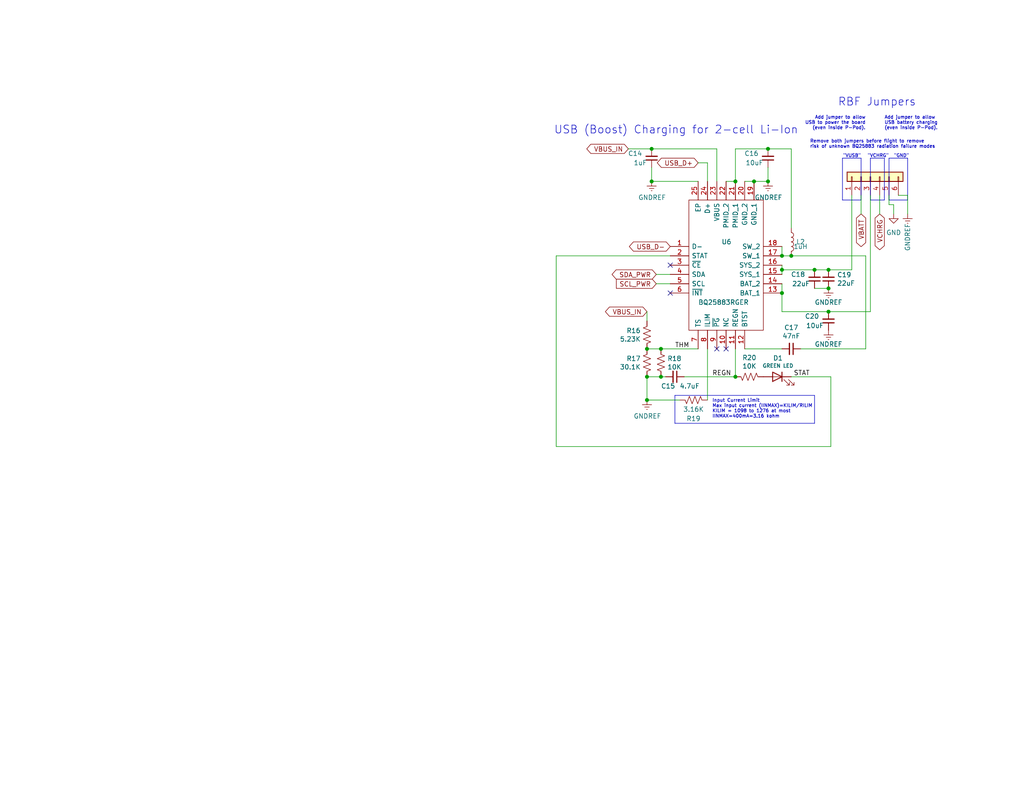
<source format=kicad_sch>
(kicad_sch (version 20230121) (generator eeschema)
  (paper "USLetter")
  (title_block (title "2S3P Power Board with Monitoring") (date "2023-10-30") (rev "v1.0") (company "TVSC") (comment 1 "See https://pycubed.org/ for details.") (comment 2 "Originally based on PyCubed Battery Board"))
  (lib_symbols
    (symbol "Connector_Generic:Conn_01x06" (pin_names (offset 1.016) hide)
      (property "Reference" "J" (at 0 7.62 0))
      (property "Value" "Conn_01x06" (at 0 -10.16 0))
      (symbol "Conn_01x06_1_1"
        (rectangle (start -1.27 -7.493) (end 0 -7.747) (stroke (width 0.1524)))
        (rectangle (start -1.27 -4.953) (end 0 -5.207) (stroke (width 0.1524)))
        (rectangle (start -1.27 -2.413) (end 0 -2.667) (stroke (width 0.1524)))
        (rectangle (start -1.27 0.127) (end 0 -0.127) (stroke (width 0.1524)))
        (rectangle (start -1.27 2.667) (end 0 2.413) (stroke (width 0.1524)))
        (rectangle (start -1.27 5.207) (end 0 4.953) (stroke (width 0.1524)))
        (rectangle (start -1.27 6.35) (end 1.27 -8.89) (stroke (width 0.254)) (fill (type background)))
        (pin passive line (at -5.08 5.08 0) (length 3.81) (name "Pin_1") (number "1"))
        (pin passive line (at -5.08 2.54 0) (length 3.81) (name "Pin_2") (number "2"))
        (pin passive line (at -5.08 0 0) (length 3.81) (name "Pin_3") (number "3"))
        (pin passive line (at -5.08 -2.54 0) (length 3.81) (name "Pin_4") (number "4"))
        (pin passive line (at -5.08 -5.08 0) (length 3.81) (name "Pin_5") (number "5"))
        (pin passive line (at -5.08 -7.62 0) (length 3.81) (name "Pin_6") (number "6"))
      )
    )
    (symbol "Device:C_Small" (pin_numbers hide) (pin_names (offset 0.254) hide)
      (property "Reference" "C" (at 0.254 1.778 0))
      (property "Value" "C_Small" (at 0.254 -2.032 0))
      (symbol "C_Small_0_1"
        (polyline (pts (xy -1.524 -0.508) (xy 1.524 -0.508)) (stroke (width 0.3302)))
        (polyline (pts (xy -1.524 0.508) (xy 1.524 0.508)) (stroke (width 0.3048)))
      )
      (symbol "C_Small_1_1"
        (pin passive line (at 0 2.54 270) (length 2.032) (name "~") (number "1"))
        (pin passive line (at 0 -2.54 90) (length 2.032) (name "~") (number "2"))
      )
    )
    (symbol "Device:L" (pin_numbers hide) (pin_names (offset 1.016) hide)
      (property "Reference" "L" (at -1.27 0 90))
      (property "Value" "L" (at 1.905 0 90))
      (symbol "L_0_1"
        (arc (start 0 -2.54) (mid 0.6323 -1.905) (end 0 -1.27))
        (arc (start 0 -1.27) (mid 0.6323 -0.635) (end 0 0))
        (arc (start 0 0) (mid 0.6323 0.635) (end 0 1.27))
        (arc (start 0 1.27) (mid 0.6323 1.905) (end 0 2.54))
      )
      (symbol "L_1_1"
        (pin passive line (at 0 3.81 270) (length 1.27) (name "1") (number "1"))
        (pin passive line (at 0 -3.81 90) (length 1.27) (name "2") (number "2"))
      )
    )
    (symbol "Device:LED" (pin_numbers hide) (pin_names (offset 1.016) hide)
      (property "Reference" "D" (at 0 2.54 0))
      (property "Value" "LED" (at 0 -2.54 0))
      (symbol "LED_0_1"
        (polyline (pts (xy -1.27 -1.27) (xy -1.27 1.27)) (stroke (width 0.254)))
        (polyline (pts (xy -1.27 0) (xy 1.27 0)))
        (polyline (pts (xy 1.27 -1.27) (xy 1.27 1.27) (xy -1.27 0) (xy 1.27 -1.27)) (stroke (width 0.254)))
        (polyline (pts (xy -3.048 -0.762) (xy -4.572 -2.286) (xy -3.81 -2.286) (xy -4.572 -2.286) (xy -4.572 -1.524)))
        (polyline (pts (xy -1.778 -0.762) (xy -3.302 -2.286) (xy -2.54 -2.286) (xy -3.302 -2.286) (xy -3.302 -1.524)))
      )
      (symbol "LED_1_1"
        (pin passive line (at -3.81 0 0) (length 2.54) (name "K") (number "1"))
        (pin passive line (at 3.81 0 180) (length 2.54) (name "A") (number "2"))
      )
    )
    (symbol "Device:R_US" (pin_numbers hide) (pin_names (offset 0))
      (property "Reference" "R" (at 2.54 0 90))
      (property "Value" "R_US" (at -2.54 0 90))
      (symbol "R_US_0_1"
        (polyline (pts (xy 0 -2.286) (xy 0 -2.54)))
        (polyline (pts (xy 0 2.286) (xy 0 2.54)))
        (polyline (pts (xy 0 -0.762) (xy 1.016 -1.143) (xy 0 -1.524) (xy -1.016 -1.905) (xy 0 -2.286)))
        (polyline (pts (xy 0 0.762) (xy 1.016 0.381) (xy 0 0) (xy -1.016 -0.381) (xy 0 -0.762)))
        (polyline (pts (xy 0 2.286) (xy 1.016 1.905) (xy 0 1.524) (xy -1.016 1.143) (xy 0 0.762)))
      )
      (symbol "R_US_1_1"
        (pin passive line (at 0 3.81 270) (length 1.27) (name "~") (number "1"))
        (pin passive line (at 0 -3.81 90) (length 1.27) (name "~") (number "2"))
      )
    )
    (symbol "mainboard:BQ25883RGER" (pin_names (offset 0.762))
      (property "Reference" "IC" (at 26.67 17.78 0))
      (property "Value" "BQ25883RGER" (at 26.67 15.24 0))
      (symbol "BQ25883RGER_0_0"
        (pin bidirectional line (at 0 0 0) (length 5.08) (name "D-") (number "1"))
        (pin bidirectional line (at 15.24 -27.94 90) (length 5.08) (name "NC") (number "10"))
        (pin bidirectional line (at 17.78 -27.94 90) (length 5.08) (name "REGN") (number "11"))
        (pin bidirectional line (at 20.32 -27.94 90) (length 5.08) (name "BTST") (number "12"))
        (pin bidirectional line (at 30.48 -12.7 180) (length 5.08) (name "BAT_1") (number "13"))
        (pin bidirectional line (at 30.48 -10.16 180) (length 5.08) (name "BAT_2") (number "14"))
        (pin bidirectional line (at 30.48 -7.62 180) (length 5.08) (name "SYS_1") (number "15"))
        (pin bidirectional line (at 30.48 -5.08 180) (length 5.08) (name "SYS_2") (number "16"))
        (pin bidirectional line (at 30.48 -2.54 180) (length 5.08) (name "SW_1") (number "17"))
        (pin bidirectional line (at 30.48 0 180) (length 5.08) (name "SW_2") (number "18"))
        (pin bidirectional line (at 22.86 17.78 270) (length 5.08) (name "GND_1") (number "19"))
        (pin bidirectional line (at 0 -2.54 0) (length 5.08) (name "STAT") (number "2"))
        (pin bidirectional line (at 20.32 17.78 270) (length 5.08) (name "GND_2") (number "20"))
        (pin bidirectional line (at 17.78 17.78 270) (length 5.08) (name "PMID_1") (number "21"))
        (pin bidirectional line (at 15.24 17.78 270) (length 5.08) (name "PMID_2") (number "22"))
        (pin bidirectional line (at 12.7 17.78 270) (length 5.08) (name "VBUS") (number "23"))
        (pin bidirectional line (at 10.16 17.78 270) (length 5.08) (name "D+") (number "24"))
        (pin bidirectional line (at 7.62 17.78 270) (length 5.08) (name "EP") (number "25"))
        (pin bidirectional line (at 0 -5.08 0) (length 5.08) (name "~{CE}") (number "3"))
        (pin bidirectional line (at 0 -7.62 0) (length 5.08) (name "SDA") (number "4"))
        (pin bidirectional line (at 0 -10.16 0) (length 5.08) (name "SCL") (number "5"))
        (pin bidirectional line (at 0 -12.7 0) (length 5.08) (name "~{INT}") (number "6"))
        (pin bidirectional line (at 7.62 -27.94 90) (length 5.08) (name "TS") (number "7"))
        (pin bidirectional line (at 10.16 -27.94 90) (length 5.08) (name "ILIM") (number "8"))
        (pin bidirectional line (at 12.7 -27.94 90) (length 5.08) (name "~{PG}") (number "9"))
      )
      (symbol "BQ25883RGER_0_1"
        (polyline (pts (xy 5.08 12.7) (xy 25.4 12.7) (xy 25.4 -22.86) (xy 5.08 -22.86) (xy 5.08 12.7)) (stroke (width 0.1524)))
      )
    )
    (symbol "power:GND" (power) (pin_names (offset 0))
      (property "Value" "GND" (at 0 -3.81 0))
      (symbol "GND_0_1"
        (polyline (pts (xy 0 0) (xy 0 -1.27) (xy 1.27 -1.27) (xy 0 -2.54) (xy -1.27 -1.27) (xy 0 -1.27)))
      )
      (symbol "GND_1_1"
        (pin power_in line (at 0 0 270) (length 0) hide (name "GND") (number "1"))
      )
    )
    (symbol "power:GNDREF" (power) (pin_names (offset 0))
      (property "Value" "GNDREF" (at 0 -3.81 0))
      (symbol "GNDREF_0_1"
        (polyline (pts (xy -0.635 -1.905) (xy 0.635 -1.905)))
        (polyline (pts (xy -0.127 -2.54) (xy 0.127 -2.54)))
        (polyline (pts (xy 0 -1.27) (xy 0 0)))
        (polyline (pts (xy 1.27 -1.27) (xy -1.27 -1.27)))
      )
      (symbol "GNDREF_1_1"
        (pin power_in line (at 0 0 270) (length 0) hide (name "GNDREF") (number "1"))
      )
    )
  )
  (junction (at 213.36 73.66))
  (junction (at 222.25 73.66))
  (junction (at 180.34 95.25))
  (junction (at 213.36 69.85))
  (junction (at 176.53 102.87))
  (junction (at 215.9 69.85))
  (junction (at 176.53 109.22))
  (junction (at 200.66 49.53))
  (junction (at 176.53 95.25))
  (junction (at 180.34 102.87))
  (junction (at 226.06 85.09))
  (junction (at 213.36 80.01))
  (junction (at 205.74 49.53))
  (junction (at 200.66 102.87))
  (junction (at 177.8 40.64))
  (junction (at 226.06 78.74))
  (junction (at 177.8 49.53))
  (junction (at 226.06 73.66))
  (junction (at 209.55 40.64))
  (junction (at 209.55 49.53))
  (no_connect (at 182.88 80.01))
  (no_connect (at 182.88 72.39))
  (no_connect (at 195.58 95.25))
  (no_connect (at 198.12 95.25))
  (wire (pts (xy 176.53 85.09) (xy 176.53 87.63)))
  (polyline (pts (xy 247.65 54.61) (xy 242.57 54.61)))
  (wire (pts (xy 193.04 109.22) (xy 193.04 95.25)))
  (wire (pts (xy 215.9 40.64) (xy 209.55 40.64)))
  (wire (pts (xy 218.44 95.25) (xy 236.22 95.25)))
  (wire (pts (xy 237.49 85.09) (xy 237.49 53.34)))
  (wire (pts (xy 226.06 85.09) (xy 237.49 85.09)))
  (polyline (pts (xy 184.15 115.57) (xy 222.25 115.57)))
  (wire (pts (xy 151.765 121.92) (xy 226.695 121.92)))
  (wire (pts (xy 213.36 67.31) (xy 213.36 69.85)))
  (wire (pts (xy 182.88 69.85) (xy 151.765 69.85)))
  (wire (pts (xy 247.65 53.34) (xy 247.65 58.42)))
  (polyline (pts (xy 241.3 43.18) (xy 241.3 54.61)))
  (polyline (pts (xy 229.87 54.61) (xy 234.95 54.61)))
  (wire (pts (xy 243.84 55.88) (xy 243.84 58.42)))
  (wire (pts (xy 209.55 45.72) (xy 209.55 49.53)))
  (wire (pts (xy 240.03 58.42) (xy 240.03 53.34)))
  (wire (pts (xy 190.5 95.25) (xy 180.34 95.25)))
  (polyline (pts (xy 184.15 107.95) (xy 184.15 115.57)))
  (wire (pts (xy 226.06 85.09) (xy 213.36 85.09)))
  (polyline (pts (xy 237.49 43.18) (xy 241.3 43.18)))
  (wire (pts (xy 242.57 55.88) (xy 243.84 55.88)))
  (polyline (pts (xy 222.25 115.57) (xy 222.25 107.95)))
  (polyline (pts (xy 222.25 107.95) (xy 184.15 107.95)))
  (wire (pts (xy 226.695 121.92) (xy 226.695 102.87)))
  (wire (pts (xy 186.69 102.87) (xy 200.66 102.87)))
  (polyline (pts (xy 234.95 54.61) (xy 234.95 43.18)))
  (polyline (pts (xy 241.3 54.61) (xy 237.49 54.61)))
  (wire (pts (xy 200.66 40.64) (xy 200.66 49.53)))
  (wire (pts (xy 242.57 53.34) (xy 242.57 55.88)))
  (wire (pts (xy 182.88 77.47) (xy 179.07 77.47)))
  (wire (pts (xy 226.06 73.66) (xy 232.41 73.66)))
  (wire (pts (xy 182.88 74.93) (xy 179.07 74.93)))
  (polyline (pts (xy 247.65 43.18) (xy 242.57 43.18)))
  (wire (pts (xy 213.36 73.66) (xy 213.36 74.93)))
  (wire (pts (xy 226.06 73.66) (xy 222.25 73.66)))
  (wire (pts (xy 151.765 69.85) (xy 151.765 121.92)))
  (wire (pts (xy 232.41 73.66) (xy 232.41 53.34)))
  (wire (pts (xy 205.74 49.53) (xy 209.55 49.53)))
  (wire (pts (xy 180.34 95.25) (xy 176.53 95.25)))
  (wire (pts (xy 200.66 95.25) (xy 200.66 102.87)))
  (wire (pts (xy 234.95 58.42) (xy 234.95 53.34)))
  (wire (pts (xy 213.36 95.25) (xy 203.2 95.25)))
  (wire (pts (xy 215.9 102.87) (xy 226.695 102.87)))
  (wire (pts (xy 177.8 40.64) (xy 171.45 40.64)))
  (polyline (pts (xy 242.57 43.18) (xy 242.57 54.61)))
  (wire (pts (xy 236.22 69.85) (xy 236.22 95.25)))
  (polyline (pts (xy 237.49 54.61) (xy 237.49 43.18)))
  (wire (pts (xy 195.58 49.53) (xy 195.58 40.64)))
  (wire (pts (xy 209.55 40.64) (xy 200.66 40.64)))
  (wire (pts (xy 177.8 49.53) (xy 190.5 49.53)))
  (polyline (pts (xy 247.65 54.61) (xy 247.65 43.18)))
  (wire (pts (xy 203.2 49.53) (xy 205.74 49.53)))
  (wire (pts (xy 176.53 102.87) (xy 176.53 109.22)))
  (wire (pts (xy 215.9 69.85) (xy 236.22 69.85)))
  (wire (pts (xy 180.34 102.87) (xy 176.53 102.87)))
  (wire (pts (xy 177.8 45.72) (xy 177.8 49.53)))
  (polyline (pts (xy 229.87 43.18) (xy 229.87 54.61)))
  (wire (pts (xy 193.04 44.45) (xy 193.04 49.53)))
  (wire (pts (xy 198.12 49.53) (xy 200.66 49.53)))
  (polyline (pts (xy 234.95 43.18) (xy 229.87 43.18)))
  (wire (pts (xy 176.53 109.22) (xy 185.42 109.22)))
  (wire (pts (xy 213.36 85.09) (xy 213.36 80.01)))
  (wire (pts (xy 245.11 53.34) (xy 247.65 53.34)))
  (wire (pts (xy 213.36 77.47) (xy 213.36 80.01)))
  (wire (pts (xy 181.61 102.87) (xy 180.34 102.87)))
  (wire (pts (xy 222.25 78.74) (xy 226.06 78.74)))
  (wire (pts (xy 213.36 69.85) (xy 215.9 69.85)))
  (wire (pts (xy 215.9 62.23) (xy 215.9 40.64)))
  (wire (pts (xy 190.5 44.45) (xy 193.04 44.45)))
  (wire (pts (xy 195.58 40.64) (xy 177.8 40.64)))
  (wire (pts (xy 213.36 72.39) (xy 213.36 73.66)))
  (wire (pts (xy 222.25 73.66) (xy 213.36 73.66)))
  (text "\"VUSB\"" (at 234.95 43.18 0) (effects (font (size 0.889 0.889)) (justify right bottom)))
  (text "\"VCHRG\"" (at 242.57 43.18 0) (effects (font (size 0.889 0.889)) (justify right bottom)))
  (text "\"GND\"" (at 243.84 43.18 0) (effects (font (size 0.889 0.889)) (justify left bottom)))
  (text "Remove both jumpers before flight to remove\nrisk of unknown BQ25883 radiation failure modes\n" (at 220.98 40.64 0) (effects (font (size 0.889 0.889)) (justify left bottom)))
  (text "Input Current Limit\nMax input current (IINMAX)=KILIM/RILIM\nKILIM = 1098 to 1276 at most\nIINMAX=400mA=3.16 kohm" (at 194.31 114.3 0) (effects (font (size 0.889 0.889)) (justify left bottom)))
  (text "USB (Boost) Charging for 2-cell Li-Ion" (at 151.13 36.83 0) (effects (font (size 2.159 2.159)) (justify left bottom)))
  (text "Add jumper to allow\nUSB to power the board\n(even inside P-Pod).\n" (at 236.22 35.56 0) (effects (font (size 0.889 0.889)) (justify right bottom)))
  (text "RBF Jumpers" (at 228.6 29.21 0) (effects (font (size 2.159 2.159)) (justify left bottom)))
  (text "Add jumper to allow\nUSB battery charging\n(even inside P-Pod).\n" (at 241.3 35.56 0) (effects (font (size 0.889 0.889)) (justify left bottom)))
  (label "THM" (at 184.15 95.25 0))
  (label "STAT" (at 216.535 102.87 0))
  (label "REGN" (at 194.31 102.87 0))
  (global_label "VCHRG" (shape bidirectional) (at 240.03 58.42 270) (property "Intersheetrefs" "${INTERSHEET_REFS}" (effects hide)))
  (global_label "VBUS_IN" (shape bidirectional) (at 176.53 85.09 180) (property "Intersheetrefs" "${INTERSHEET_REFS}" (effects hide)))
  (global_label "USB_D-" (shape bidirectional) (at 182.88 67.31 180) (property "Intersheetrefs" "${INTERSHEET_REFS}" (effects hide)))
  (global_label "USB_D+" (shape bidirectional) (at 190.5 44.45 180) (property "Intersheetrefs" "${INTERSHEET_REFS}" (effects hide)))
  (global_label "SCL_PWR" (shape input) (at 179.07 77.47 180) (property "Intersheetrefs" "${INTERSHEET_REFS}" (effects hide)))
  (global_label "VBATT" (shape bidirectional) (at 234.95 58.42 270) (property "Intersheetrefs" "${INTERSHEET_REFS}" (effects hide)))
  (global_label "SDA_PWR" (shape bidirectional) (at 179.07 74.93 180) (property "Intersheetrefs" "${INTERSHEET_REFS}" (effects hide)))
  (global_label "VBUS_IN" (shape bidirectional) (at 171.45 40.64 180) (property "Intersheetrefs" "${INTERSHEET_REFS}" (effects hide)))
  (symbol (lib_id "Device:C_Small") (at 226.06 87.63 180) (unit 1)
    (property "Reference" "C20" (at 223.52 86.36 0) (effects (justify left)))
    (property "Value" "10uF" (at 224.79 88.9 0) (effects (justify left)))
    (property "Footprint" "Capacitor_SMD:C_0603_1608Metric" (effects hide))
    (property "Description" "10uF +-20% 10V X5R" (effects hide))
    (instances (project "2S3P Power Board" (path "" (reference "C20") (unit 1))) (project "mainboard" (path "" (reference "C39") (unit 1))))
  )
  (symbol (lib_id "Device:C_Small") (at 177.8 43.18 180) (unit 1)
    (property "Reference" "C14" (at 175.26 41.91 0) (effects (justify left)))
    (property "Value" "1uF" (at 176.53 44.45 0) (effects (justify left)))
    (property "Footprint" "Capacitor_SMD:C_0603_1608Metric" (effects hide))
    (property "Description" "1uF 0603 X7R" (effects hide))
    (instances (project "2S3P Power Board" (path "" (reference "C14") (unit 1))) (project "mainboard" (path "" (reference "C33") (unit 1))))
  )
  (symbol (lib_id "Connector_Generic:Conn_01x06") (at 237.49 48.26 90) (unit 1)
    (property "Reference" "J8" (effects hide))
    (property "Value" "Conn_01x06" (effects hide))
    (property "Footprint" "Connector_PinHeader_2.54mm:PinHeader_1x06_P2.54mm_Vertical" (effects hide))
    (property "DNI" "DNI" (effects hide))
    (property "Description" "6-pin Horizontal Header - 0.1in (2.54mm)" (effects hide))
    (instances (project "2S3P Power Board" (path "" (reference "J8") (unit 1))) (project "mainboard" (path "" (reference "J14") (unit 1))))
  )
  (symbol (lib_id "Device:C_Small") (at 222.25 76.2 180) (unit 1)
    (property "Reference" "C18" (at 219.71 74.93 0) (effects (justify left)))
    (property "Value" "22uF" (at 220.98 77.47 0) (effects (justify left)))
    (property "Footprint" "Capacitor_SMD:C_0603_1608Metric" (effects hide))
    (property "Description" "22uF +-20% 10V X5R" (effects hide))
    (instances (project "2S3P Power Board" (path "" (reference "C18") (unit 1))) (project "mainboard" (path "" (reference "C37") (unit 1))))
  )
  (symbol (lib_id "Device:R_US") (at 189.23 109.22 90) (mirror x) (unit 1)
    (property "Reference" "R19" (at 189.23 114.3 90))
    (property "Value" "3.16K" (at 189.23 111.76 90))
    (property "Footprint" "Resistor_SMD:R_0603_1608Metric" (effects hide))
    (property "Description" "3.16K 0603" (effects hide))
    (instances (project "2S3P Power Board" (path "" (reference "R19") (unit 1))) (project "mainboard" (path "" (reference "R36") (unit 1)) (path "" (reference "R?") (unit 1))))
  )
  (symbol (lib_id "power:GNDREF") (at 176.53 109.22 0) (unit 1)
    (property "Reference" "#PWR014" (effects hide))
    (property "Value" "GNDREF" (at 176.657 113.6142 0))
    (instances (project "2S3P Power Board" (path "" (reference "#PWR014") (unit 1))) (project "mainboard" (path "" (reference "#PWR0106") (unit 1))))
  )
  (symbol (lib_id "Device:R_US") (at 176.53 91.44 0) (mirror y) (unit 1)
    (property "Reference" "R16" (at 174.8282 90.2716 0) (effects (justify left)))
    (property "Value" "5.23K" (at 174.8282 92.583 0) (effects (justify left)))
    (property "Footprint" "Resistor_SMD:R_0603_1608Metric" (effects hide))
    (property "Description" "5.23K 0603" (effects hide))
    (instances (project "2S3P Power Board" (path "" (reference "R16") (unit 1))) (project "mainboard" (path "" (reference "R34") (unit 1)) (path "" (reference "R?") (unit 1))))
  )
  (symbol (lib_id "power:GNDREF") (at 226.06 78.74 0) (unit 1)
    (property "Reference" "#PWR017" (effects hide))
    (property "Value" "GNDREF" (at 226.06 82.55 0))
    (instances (project "2S3P Power Board" (path "" (reference "#PWR017") (unit 1))) (project "mainboard" (path "" (reference "#PWR0104") (unit 1))))
  )
  (symbol (lib_id "power:GNDREF") (at 177.8 49.53 0) (unit 1)
    (property "Reference" "#PWR015" (effects hide))
    (property "Value" "GNDREF" (at 177.927 53.9242 0))
    (instances (project "2S3P Power Board" (path "" (reference "#PWR015") (unit 1))) (project "mainboard" (path "" (reference "#PWR0103") (unit 1))))
  )
  (symbol (lib_id "power:GNDREF") (at 226.06 90.17 0) (unit 1)
    (property "Reference" "#PWR018" (effects hide))
    (property "Value" "GNDREF" (at 226.06 93.98 0))
    (instances (project "2S3P Power Board" (path "" (reference "#PWR018") (unit 1))) (project "mainboard" (path "" (reference "#PWR0105") (unit 1))))
  )
  (symbol (lib_id "Device:R_US") (at 180.34 99.06 180) (unit 1)
    (property "Reference" "R18" (at 182.0672 97.8916 0) (effects (justify right)))
    (property "Value" "10K" (at 182.0672 100.203 0) (effects (justify right)))
    (property "Footprint" "Resistor_SMD:R_0603_1608Metric" (effects hide))
    (property "Description" "10K 0603" (effects hide))
    (instances (project "2S3P Power Board" (path "" (reference "R18") (unit 1))) (project "mainboard" (path "" (reference "R46") (unit 1)) (path "" (reference "R?") (unit 1))))
  )
  (symbol (lib_id "Device:R_US") (at 176.53 99.06 0) (mirror x) (unit 1)
    (property "Reference" "R17" (at 174.8282 97.8916 0) (effects (justify right)))
    (property "Value" "30.1K" (at 174.8282 100.203 0) (effects (justify right)))
    (property "Footprint" "Resistor_SMD:R_0603_1608Metric" (effects hide))
    (property "Description" "30.1K 0603" (effects hide))
    (instances (project "2S3P Power Board" (path "" (reference "R17") (unit 1))) (project "mainboard" (path "" (reference "R35") (unit 1)) (path "" (reference "R?") (unit 1))))
  )
  (symbol (lib_id "Device:C_Small") (at 226.06 76.2 180) (unit 1)
    (property "Reference" "C19" (at 228.3968 75.0316 0) (effects (justify right)))
    (property "Value" "22uF" (at 228.3968 77.343 0) (effects (justify right)))
    (property "Footprint" "Capacitor_SMD:C_0603_1608Metric" (effects hide))
    (property "Description" "22uF +-20% 10V X5R" (effects hide))
    (instances (project "2S3P Power Board" (path "" (reference "C19") (unit 1))) (project "mainboard" (path "" (reference "C38") (unit 1))))
  )
  (symbol (lib_id "Device:C_Small") (at 215.9 95.25 270) (unit 1)
    (property "Reference" "C17" (at 215.9 89.4334 90))
    (property "Value" "47nF" (at 215.9 91.7448 90))
    (property "Footprint" "Capacitor_SMD:C_0603_1608Metric" (effects hide))
    (property "Description" "47nF +-10% 50V X7R" (effects hide))
    (instances (project "2S3P Power Board" (path "" (reference "C17") (unit 1))) (project "mainboard" (path "" (reference "C36") (unit 1))))
  )
  (symbol (lib_id "power:GND") (at 243.84 58.42 0) (unit 1)
    (property "Reference" "#PWR029" (effects hide))
    (property "Value" "GND" (at 243.84 63.5 0))
  )
  (symbol (lib_id "Device:C_Small") (at 209.55 43.18 180) (unit 1)
    (property "Reference" "C16" (at 207.01 41.91 0) (effects (justify left)))
    (property "Value" "10uF" (at 208.28 44.45 0) (effects (justify left)))
    (property "Footprint" "Capacitor_SMD:C_0603_1608Metric" (effects hide))
    (property "Description" "10uF +-20% 10V X5R" (effects hide))
    (instances (project "2S3P Power Board" (path "" (reference "C16") (unit 1))) (project "mainboard" (path "" (reference "C35") (unit 1))))
  )
  (symbol (lib_id "Device:R_US") (at 204.47 102.87 270) (mirror x) (unit 1)
    (property "Reference" "R20" (at 204.47 97.663 90))
    (property "Value" "10K" (at 204.47 99.9744 90))
    (property "Footprint" "Resistor_SMD:R_0603_1608Metric" (effects hide))
    (property "Description" "10K 0603" (effects hide))
    (instances (project "2S3P Power Board" (path "" (reference "R20") (unit 1))) (project "mainboard" (path "" (reference "R31") (unit 1)) (path "" (reference "R?") (unit 1))))
  )
  (symbol (lib_id "power:GNDREF") (at 209.55 49.53 0) (unit 1)
    (property "Reference" "#PWR016" (effects hide))
    (property "Value" "GNDREF" (at 209.677 53.9242 0))
    (instances (project "2S3P Power Board" (path "" (reference "#PWR016") (unit 1))) (project "mainboard" (path "" (reference "#PWR0102") (unit 1))))
  )
  (symbol (lib_id "Device:C_Small") (at 184.15 102.87 270) (unit 1)
    (property "Reference" "C15" (at 180.34 105.41 90) (effects (justify left)))
    (property "Value" "4.7uF" (at 185.42 105.41 90) (effects (justify left)))
    (property "Footprint" "Capacitor_SMD:C_0603_1608Metric" (effects hide))
    (property "Description" "4.7uF +-20% 10V X5R" (effects hide))
    (instances (project "2S3P Power Board" (path "" (reference "C15") (unit 1))) (project "mainboard" (path "" (reference "C34") (unit 1))))
  )
  (symbol (lib_id "Device:LED") (at 212.09 102.87 0) (mirror y) (unit 1)
    (property "Reference" "D1" (at 212.2678 97.7646 0))
    (property "Value" "GREEN LED" (at 212.2678 99.8728 0) (effects (font (size 0.9906 0.9906))))
    (property "Footprint" "LED_SMD:LED_0603_1608Metric" (effects hide))
    (property "Datasheet" "https://optoelectronics.liteon.com/upload/download/DS22-2000-074/LTST-C190KGKT.PDF" (effects hide))
    (property "Description" "Green LED" (effects hide))
    (property "Flight" "LTST-C190KGKT" (effects hide))
    (property "Manufacturer" "Lite-On Inc." (effects hide))
    (property "Non-Fabricator PN" "LTST-C190KGKT" (effects hide))
    (property "Proto" "LTST-C190KGKT" (effects hide))
    (instances (project "2S3P Power Board" (path "" (reference "D1") (unit 1))) (project "mainboard" (path "" (reference "D5") (unit 1))))
  )
  (symbol (lib_id "mainboard:BQ25883RGER") (at 182.88 67.31 0) (unit 1)
    (property "Reference" "U6" (at 196.85 66.04 0) (effects (justify left)))
    (property "Value" "BQ25883RGER" (at 190.5 82.55 0) (effects (justify left)))
    (property "Footprint" "mainboard:QFN50P400X400X100-25N-D" (effects hide))
    (property "Datasheet" "http://www.ti.com/lit/ds/symlink/bq25883.pdf?HQS=TI-null-null-mousermode-df-pf-null-wwe&DCM=yes&ref_url=https%3A%2F%2Fwww.mouser.co.uk%2F" (effects hide))
    (property "Description" "Battery Charger - USB Power Delivery" (effects hide))
    (property "Flight" "BQ25883RGER" (effects hide))
    (property "Manufacturer" "Texas Instruments" (effects hide))
    (property "Non-Fabricator PN" "BQ25883RGER" (effects hide))
    (property "Proto" "BQ25883RGER" (effects hide))
    (instances (project "2S3P Power Board" (path "" (reference "U6") (unit 1))) (project "mainboard" (path "" (reference "U17") (unit 1))))
  )
  (symbol (lib_id "Device:L") (at 215.9 66.04 0) (unit 1)
    (property "Reference" "L2" (at 218.44 66.04 0))
    (property "Value" "1uH" (at 218.44 67.31 0))
    (property "Footprint" "mainboard:L_2510" (effects hide))
    (property "Datasheet" "https://datasheet.lcsc.com/lcsc/1912111437_PSA-Prosperity-Dielectrics-MCS25GD-1R0MMP_C375955.pdf" (effects hide))
    (property "Description" "1uH Shielded Inductor" (effects hide))
    (property "Flight" "DFE252012F-1R0M" (effects hide))
    (property "Manufacturer" "Prosperity Dielectrics" (effects hide))
    (property "Non-Fabricator PN" "MCS25GD-1R0MMP" (effects hide))
    (property "Proto" "MCS25GD-1R0MMP" (effects hide))
    (instances (project "2S3P Power Board" (path "" (reference "L2") (unit 1))) (project "mainboard" (path "" (reference "L4") (unit 1))))
  )
  (symbol (lib_id "power:GNDREF") (at 247.65 58.42 0) (unit 1)
    (property "Reference" "#PWR019" (effects hide))
    (property "Value" "GNDREF" (at 247.65 64.77 90))
    (instances (project "2S3P Power Board" (path "" (reference "#PWR019") (unit 1))) (project "mainboard" (path "" (reference "#PWR01") (unit 1))))
  )
)
</source>
